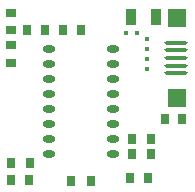
<source format=gbr>
%TF.GenerationSoftware,Altium Limited,Altium Designer,20.1.8 (145)*%
G04 Layer_Color=15254943*
%FSLAX45Y45*%
%MOMM*%
%TF.SameCoordinates,AEC8D2B5-E39B-42F7-8311-7958ED8C9E32*%
%TF.FilePolarity,Positive*%
%TF.FileFunction,Paste,Bot*%
%TF.Part,Single*%
G01*
G75*
%TA.AperFunction,SMDPad,CuDef*%
G04:AMPARAMS|DCode=16|XSize=1.6mm|YSize=1.6mm|CornerRadius=0.008mm|HoleSize=0mm|Usage=FLASHONLY|Rotation=270.000|XOffset=0mm|YOffset=0mm|HoleType=Round|Shape=RoundedRectangle|*
%AMROUNDEDRECTD16*
21,1,1.60000,1.58400,0,0,270.0*
21,1,1.58400,1.60000,0,0,270.0*
1,1,0.01600,-0.79200,-0.79200*
1,1,0.01600,-0.79200,0.79200*
1,1,0.01600,0.79200,0.79200*
1,1,0.01600,0.79200,-0.79200*
%
%ADD16ROUNDEDRECTD16*%
%TA.AperFunction,ConnectorPad*%
G04:AMPARAMS|DCode=17|XSize=0.35mm|YSize=2mm|CornerRadius=0.175mm|HoleSize=0mm|Usage=FLASHONLY|Rotation=270.000|XOffset=0mm|YOffset=0mm|HoleType=Round|Shape=RoundedRectangle|*
%AMROUNDEDRECTD17*
21,1,0.35000,1.65000,0,0,270.0*
21,1,0.00000,2.00000,0,0,270.0*
1,1,0.35000,-0.82500,0.00000*
1,1,0.35000,-0.82500,0.00000*
1,1,0.35000,0.82500,0.00000*
1,1,0.35000,0.82500,0.00000*
%
%ADD17ROUNDEDRECTD17*%
%TA.AperFunction,SMDPad,CuDef*%
G04:AMPARAMS|DCode=18|XSize=0.4mm|YSize=0.3mm|CornerRadius=0.0015mm|HoleSize=0mm|Usage=FLASHONLY|Rotation=270.000|XOffset=0mm|YOffset=0mm|HoleType=Round|Shape=RoundedRectangle|*
%AMROUNDEDRECTD18*
21,1,0.40000,0.29700,0,0,270.0*
21,1,0.39700,0.30000,0,0,270.0*
1,1,0.00300,-0.14850,-0.19850*
1,1,0.00300,-0.14850,0.19850*
1,1,0.00300,0.14850,0.19850*
1,1,0.00300,0.14850,-0.19850*
%
%ADD18ROUNDEDRECTD18*%
G04:AMPARAMS|DCode=19|XSize=0.85mm|YSize=1.4mm|CornerRadius=0.00425mm|HoleSize=0mm|Usage=FLASHONLY|Rotation=180.000|XOffset=0mm|YOffset=0mm|HoleType=Round|Shape=RoundedRectangle|*
%AMROUNDEDRECTD19*
21,1,0.85000,1.39150,0,0,180.0*
21,1,0.84150,1.40000,0,0,180.0*
1,1,0.00850,-0.42075,0.69575*
1,1,0.00850,0.42075,0.69575*
1,1,0.00850,0.42075,-0.69575*
1,1,0.00850,-0.42075,-0.69575*
%
%ADD19ROUNDEDRECTD19*%
G04:AMPARAMS|DCode=20|XSize=0.8mm|YSize=0.7mm|CornerRadius=0.0035mm|HoleSize=0mm|Usage=FLASHONLY|Rotation=180.000|XOffset=0mm|YOffset=0mm|HoleType=Round|Shape=RoundedRectangle|*
%AMROUNDEDRECTD20*
21,1,0.80000,0.69300,0,0,180.0*
21,1,0.79300,0.70000,0,0,180.0*
1,1,0.00700,-0.39650,0.34650*
1,1,0.00700,0.39650,0.34650*
1,1,0.00700,0.39650,-0.34650*
1,1,0.00700,-0.39650,-0.34650*
%
%ADD20ROUNDEDRECTD20*%
G04:AMPARAMS|DCode=21|XSize=0.85mm|YSize=0.75mm|CornerRadius=0.00375mm|HoleSize=0mm|Usage=FLASHONLY|Rotation=90.000|XOffset=0mm|YOffset=0mm|HoleType=Round|Shape=RoundedRectangle|*
%AMROUNDEDRECTD21*
21,1,0.85000,0.74250,0,0,90.0*
21,1,0.84250,0.75000,0,0,90.0*
1,1,0.00750,0.37125,0.42125*
1,1,0.00750,0.37125,-0.42125*
1,1,0.00750,-0.37125,-0.42125*
1,1,0.00750,-0.37125,0.42125*
%
%ADD21ROUNDEDRECTD21*%
G04:AMPARAMS|DCode=22|XSize=0.8mm|YSize=0.7mm|CornerRadius=0.0035mm|HoleSize=0mm|Usage=FLASHONLY|Rotation=90.000|XOffset=0mm|YOffset=0mm|HoleType=Round|Shape=RoundedRectangle|*
%AMROUNDEDRECTD22*
21,1,0.80000,0.69300,0,0,90.0*
21,1,0.79300,0.70000,0,0,90.0*
1,1,0.00700,0.34650,0.39650*
1,1,0.00700,0.34650,-0.39650*
1,1,0.00700,-0.34650,-0.39650*
1,1,0.00700,-0.34650,0.39650*
%
%ADD22ROUNDEDRECTD22*%
%TA.AperFunction,ConnectorPad*%
G04:AMPARAMS|DCode=23|XSize=0.8mm|YSize=0.7mm|CornerRadius=0.0035mm|HoleSize=0mm|Usage=FLASHONLY|Rotation=90.000|XOffset=0mm|YOffset=0mm|HoleType=Round|Shape=RoundedRectangle|*
%AMROUNDEDRECTD23*
21,1,0.80000,0.69300,0,0,90.0*
21,1,0.79300,0.70000,0,0,90.0*
1,1,0.00700,0.34650,0.39650*
1,1,0.00700,0.34650,-0.39650*
1,1,0.00700,-0.34650,-0.39650*
1,1,0.00700,-0.34650,0.39650*
%
%ADD23ROUNDEDRECTD23*%
%TA.AperFunction,SMDPad,CuDef*%
G04:AMPARAMS|DCode=24|XSize=0.85mm|YSize=0.75mm|CornerRadius=0.00375mm|HoleSize=0mm|Usage=FLASHONLY|Rotation=0.000|XOffset=0mm|YOffset=0mm|HoleType=Round|Shape=RoundedRectangle|*
%AMROUNDEDRECTD24*
21,1,0.85000,0.74250,0,0,0.0*
21,1,0.84250,0.75000,0,0,0.0*
1,1,0.00750,0.42125,-0.37125*
1,1,0.00750,-0.42125,-0.37125*
1,1,0.00750,-0.42125,0.37125*
1,1,0.00750,0.42125,0.37125*
%
%ADD24ROUNDEDRECTD24*%
%ADD25O,1.05000X0.60000*%
G04:AMPARAMS|DCode=26|XSize=0.4mm|YSize=0.3mm|CornerRadius=0.0015mm|HoleSize=0mm|Usage=FLASHONLY|Rotation=180.000|XOffset=0mm|YOffset=0mm|HoleType=Round|Shape=RoundedRectangle|*
%AMROUNDEDRECTD26*
21,1,0.40000,0.29700,0,0,180.0*
21,1,0.39700,0.30000,0,0,180.0*
1,1,0.00300,-0.19850,0.14850*
1,1,0.00300,0.19850,0.14850*
1,1,0.00300,0.19850,-0.14850*
1,1,0.00300,-0.19850,-0.14850*
%
%ADD26ROUNDEDRECTD26*%
D16*
X1493800Y792000D02*
D03*
Y1472000D02*
D03*
D17*
X1486300Y1002000D02*
D03*
Y1067000D02*
D03*
Y1132000D02*
D03*
Y1262000D02*
D03*
Y1197000D02*
D03*
D18*
X1155529Y1342481D02*
D03*
X1065529D02*
D03*
D19*
X1103440Y1481440D02*
D03*
X1313440D02*
D03*
D20*
X91440Y1515340D02*
D03*
Y1365340D02*
D03*
D21*
X1271443Y449079D02*
D03*
X1116444D02*
D03*
X1271443Y317500D02*
D03*
X1116444D02*
D03*
X246219Y243840D02*
D03*
X91220D02*
D03*
X220982Y1371725D02*
D03*
X375982D02*
D03*
D22*
X1247128Y119489D02*
D03*
X1097128D02*
D03*
X241220Y100900D02*
D03*
X91220D02*
D03*
X678087Y1371725D02*
D03*
X528087D02*
D03*
X1539240Y614680D02*
D03*
X1389240D02*
D03*
D23*
X599540Y88857D02*
D03*
X764540D02*
D03*
D24*
X91440Y1089600D02*
D03*
Y1244600D02*
D03*
D25*
X948180Y1209040D02*
D03*
Y1082040D02*
D03*
Y955040D02*
D03*
Y828040D02*
D03*
Y701040D02*
D03*
Y574040D02*
D03*
Y447040D02*
D03*
Y320040D02*
D03*
X408180Y1209040D02*
D03*
Y1082040D02*
D03*
Y955040D02*
D03*
Y828040D02*
D03*
Y701040D02*
D03*
Y574040D02*
D03*
Y447040D02*
D03*
Y320040D02*
D03*
D26*
X1236980Y1035220D02*
D03*
Y1125220D02*
D03*
Y1294525D02*
D03*
Y1204525D02*
D03*
%TF.MD5,d26a645197c95cc92be784ad22dd119a*%
M02*

</source>
